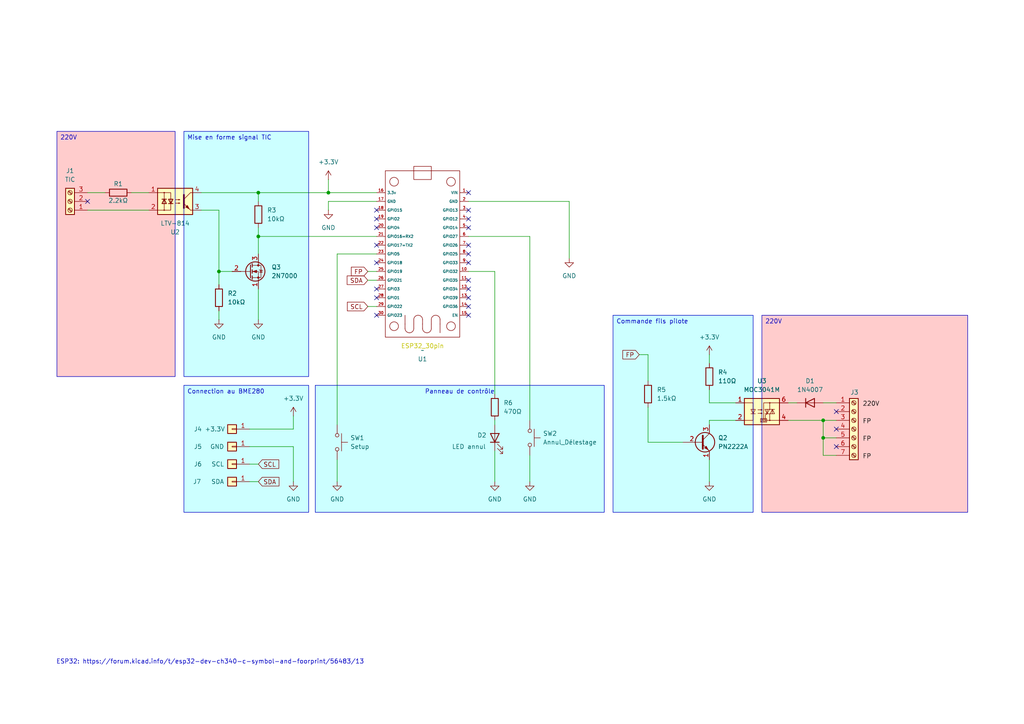
<source format=kicad_sch>
(kicad_sch (version 20231120) (generator "eeschema") (generator_version "8.0")
  (paper "A4")
  (lib_symbols
    (symbol "Connector:Screw_Terminal_01x03" (pin_names (offset 1.016) hide)
      (property "Reference" "J" (at 0 5.08 0))
      (property "Value" "Screw_Terminal_01x03" (at 0 -5.08 0))
      (symbol "Screw_Terminal_01x03_1_1"
        (rectangle (start -1.27 3.81) (end 1.27 -3.81) (stroke (width 0.254)) (fill (type background)))
        (circle (center 0 -2.54) (radius 0.635) (stroke (width 0.1524)))
        (polyline (pts (xy -0.5334 -2.2098) (xy 0.3302 -3.048)) (stroke (width 0.1524)))
        (polyline (pts (xy -0.5334 0.3302) (xy 0.3302 -0.508)) (stroke (width 0.1524)))
        (polyline (pts (xy -0.5334 2.8702) (xy 0.3302 2.032)) (stroke (width 0.1524)))
        (polyline (pts (xy -0.3556 -2.032) (xy 0.508 -2.8702)) (stroke (width 0.1524)))
        (polyline (pts (xy -0.3556 0.508) (xy 0.508 -0.3302)) (stroke (width 0.1524)))
        (polyline (pts (xy -0.3556 3.048) (xy 0.508 2.2098)) (stroke (width 0.1524)))
        (circle (center 0 0) (radius 0.635) (stroke (width 0.1524)))
        (circle (center 0 2.54) (radius 0.635) (stroke (width 0.1524)))
        (pin passive line (at -5.08 2.54 0) (length 3.81) (name "Pin_1") (number "1"))
        (pin passive line (at -5.08 0 0) (length 3.81) (name "Pin_2") (number "2"))
        (pin passive line (at -5.08 -2.54 0) (length 3.81) (name "Pin_3") (number "3"))
      )
    )
    (symbol "Connector:Screw_Terminal_01x07" (pin_names (offset 1.016) hide)
      (property "Reference" "J" (at 0 10.16 0))
      (property "Value" "Screw_Terminal_01x07" (at 0 -10.16 0))
      (symbol "Screw_Terminal_01x07_1_1"
        (rectangle (start -1.27 8.89) (end 1.27 -8.89) (stroke (width 0.254)) (fill (type background)))
        (circle (center 0 -7.62) (radius 0.635) (stroke (width 0.1524)))
        (circle (center 0 -5.08) (radius 0.635) (stroke (width 0.1524)))
        (circle (center 0 -2.54) (radius 0.635) (stroke (width 0.1524)))
        (polyline (pts (xy -0.5334 -7.2898) (xy 0.3302 -8.128)) (stroke (width 0.1524)))
        (polyline (pts (xy -0.5334 -4.7498) (xy 0.3302 -5.588)) (stroke (width 0.1524)))
        (polyline (pts (xy -0.5334 -2.2098) (xy 0.3302 -3.048)) (stroke (width 0.1524)))
        (polyline (pts (xy -0.5334 0.3302) (xy 0.3302 -0.508)) (stroke (width 0.1524)))
        (polyline (pts (xy -0.5334 2.8702) (xy 0.3302 2.032)) (stroke (width 0.1524)))
        (polyline (pts (xy -0.5334 5.4102) (xy 0.3302 4.572)) (stroke (width 0.1524)))
        (polyline (pts (xy -0.5334 7.9502) (xy 0.3302 7.112)) (stroke (width 0.1524)))
        (polyline (pts (xy -0.3556 -7.112) (xy 0.508 -7.9502)) (stroke (width 0.1524)))
        (polyline (pts (xy -0.3556 -4.572) (xy 0.508 -5.4102)) (stroke (width 0.1524)))
        (polyline (pts (xy -0.3556 -2.032) (xy 0.508 -2.8702)) (stroke (width 0.1524)))
        (polyline (pts (xy -0.3556 0.508) (xy 0.508 -0.3302)) (stroke (width 0.1524)))
        (polyline (pts (xy -0.3556 3.048) (xy 0.508 2.2098)) (stroke (width 0.1524)))
        (polyline (pts (xy -0.3556 5.588) (xy 0.508 4.7498)) (stroke (width 0.1524)))
        (polyline (pts (xy -0.3556 8.128) (xy 0.508 7.2898)) (stroke (width 0.1524)))
        (circle (center 0 0) (radius 0.635) (stroke (width 0.1524)))
        (circle (center 0 2.54) (radius 0.635) (stroke (width 0.1524)))
        (circle (center 0 5.08) (radius 0.635) (stroke (width 0.1524)))
        (circle (center 0 7.62) (radius 0.635) (stroke (width 0.1524)))
        (pin passive line (at -5.08 7.62 0) (length 3.81) (name "Pin_1") (number "1"))
        (pin passive line (at -5.08 5.08 0) (length 3.81) (name "Pin_2") (number "2"))
        (pin passive line (at -5.08 2.54 0) (length 3.81) (name "Pin_3") (number "3"))
        (pin passive line (at -5.08 0 0) (length 3.81) (name "Pin_4") (number "4"))
        (pin passive line (at -5.08 -2.54 0) (length 3.81) (name "Pin_5") (number "5"))
        (pin passive line (at -5.08 -5.08 0) (length 3.81) (name "Pin_6") (number "6"))
        (pin passive line (at -5.08 -7.62 0) (length 3.81) (name "Pin_7") (number "7"))
      )
    )
    (symbol "Connector_Generic:Conn_01x01" (pin_names (offset 1.016) hide)
      (property "Reference" "J" (at 0 2.54 0))
      (property "Value" "Conn_01x01" (at 0 -2.54 0))
      (symbol "Conn_01x01_1_1"
        (rectangle (start -1.27 0.127) (end 0 -0.127) (stroke (width 0.1524)))
        (rectangle (start -1.27 1.27) (end 1.27 -1.27) (stroke (width 0.254)) (fill (type background)))
        (pin passive line (at -5.08 0 0) (length 3.81) (name "Pin_1") (number "1"))
      )
    )
    (symbol "Device:LED" (pin_numbers hide) (pin_names (offset 1.016) hide)
      (property "Reference" "D" (at 0 2.54 0))
      (property "Value" "LED" (at 0 -2.54 0))
      (symbol "LED_0_1"
        (polyline (pts (xy -1.27 -1.27) (xy -1.27 1.27)) (stroke (width 0.254)))
        (polyline (pts (xy -1.27 0) (xy 1.27 0)))
        (polyline (pts (xy 1.27 -1.27) (xy 1.27 1.27) (xy -1.27 0) (xy 1.27 -1.27)) (stroke (width 0.254)))
        (polyline (pts (xy -3.048 -0.762) (xy -4.572 -2.286) (xy -3.81 -2.286) (xy -4.572 -2.286) (xy -4.572 -1.524)))
        (polyline (pts (xy -1.778 -0.762) (xy -3.302 -2.286) (xy -2.54 -2.286) (xy -3.302 -2.286) (xy -3.302 -1.524)))
      )
      (symbol "LED_1_1"
        (pin passive line (at -3.81 0 0) (length 2.54) (name "K") (number "1"))
        (pin passive line (at 3.81 0 180) (length 2.54) (name "A") (number "2"))
      )
    )
    (symbol "Device:R" (pin_numbers hide) (pin_names (offset 0))
      (property "Reference" "R" (at 2.032 0 90))
      (property "Value" "R" (at 0 0 90))
      (symbol "R_0_1"
        (rectangle (start -1.016 -2.54) (end 1.016 2.54) (stroke (width 0.254)))
      )
      (symbol "R_1_1"
        (pin passive line (at 0 3.81 270) (length 1.27) (name "~") (number "1"))
        (pin passive line (at 0 -3.81 90) (length 1.27) (name "~") (number "2"))
      )
    )
    (symbol "Diode:1N4007" (pin_numbers hide) (pin_names hide)
      (property "Reference" "D" (at 0 2.54 0))
      (property "Value" "1N4007" (at 0 -2.54 0))
      (symbol "1N4007_0_1"
        (polyline (pts (xy -1.27 1.27) (xy -1.27 -1.27)) (stroke (width 0.254)))
        (polyline (pts (xy 1.27 0) (xy -1.27 0)))
        (polyline (pts (xy 1.27 1.27) (xy 1.27 -1.27) (xy -1.27 0) (xy 1.27 1.27)) (stroke (width 0.254)))
      )
      (symbol "1N4007_1_1"
        (pin passive line (at -3.81 0 0) (length 2.54) (name "K") (number "1"))
        (pin passive line (at 3.81 0 180) (length 2.54) (name "A") (number "2"))
      )
    )
    (symbol "Isolator:LTV-814" (pin_names (offset 1.016))
      (property "Reference" "U" (at -5.08 5.08 0))
      (property "Value" "LTV-814" (at 0 5.08 0))
      (symbol "LTV-814_0_1"
        (rectangle (start -5.08 3.81) (end 5.08 -3.81) (stroke (width 0.254)) (fill (type background)))
        (circle (center -3.175 -2.54) (radius 0.127))
        (circle (center -3.175 2.54) (radius 0.127))
        (polyline (pts (xy -3.175 2.54) (xy -3.175 -2.54)))
        (polyline (pts (xy -1.905 -0.635) (xy -0.635 -0.635)) (stroke (width 0.254)))
        (polyline (pts (xy 2.54 0.635) (xy 4.445 2.54)))
        (polyline (pts (xy 4.445 -2.54) (xy 2.54 -0.635)) (fill (type outline)))
        (polyline (pts (xy 4.445 -2.54) (xy 5.08 -2.54)))
        (polyline (pts (xy 4.445 2.54) (xy 5.08 2.54)))
        (polyline (pts (xy -5.08 2.54) (xy -1.27 2.54) (xy -1.27 -0.762)))
        (polyline (pts (xy -1.27 -0.635) (xy -1.27 -2.54) (xy -5.08 -2.54)))
        (polyline (pts (xy 2.54 1.905) (xy 2.54 -1.905) (xy 2.54 -1.905)) (stroke (width 0.508)))
        (polyline (pts (xy -1.27 -0.635) (xy -1.905 0.635) (xy -0.635 0.635) (xy -1.27 -0.635)) (stroke (width 0.254)))
        (polyline (pts (xy 0.127 -0.508) (xy 1.397 -0.508) (xy 1.016 -0.635) (xy 1.016 -0.381) (xy 1.397 -0.508)))
        (polyline (pts (xy 0.127 0.508) (xy 1.397 0.508) (xy 1.016 0.381) (xy 1.016 0.635) (xy 1.397 0.508)))
        (polyline (pts (xy 3.048 -1.651) (xy 3.556 -1.143) (xy 4.064 -2.159) (xy 3.048 -1.651) (xy 3.048 -1.651)) (fill (type outline)))
      )
      (symbol "LTV-814_1_1"
        (polyline (pts (xy -3.81 0.635) (xy -2.54 0.635)) (stroke (width 0.254)))
        (polyline (pts (xy -3.175 0.635) (xy -3.81 -0.635) (xy -2.54 -0.635) (xy -3.175 0.635)) (stroke (width 0.254)))
        (pin passive line (at -7.62 2.54 0) (length 2.54) (name "~") (number "1"))
        (pin passive line (at -7.62 -2.54 0) (length 2.54) (name "~") (number "2"))
        (pin passive line (at 7.62 -2.54 180) (length 2.54) (name "~") (number "3"))
        (pin passive line (at 7.62 2.54 180) (length 2.54) (name "~") (number "4"))
      )
    )
    (symbol "Linky_Tempo_HomeKit_Library:ESP32_30Pin"
      (property "Reference" "U" (at 0 0 0))
      (property "Footprint" "ESP32_30pin" (at 0 -2.54 0))
      (symbol "ESP32_30Pin_0_1"
        (rectangle (start -24.13 10.795) (end 24.13 -10.795))
        (arc (start -22.8675 -1.2775) (mid -22.4933 -2.1733) (end -21.5975 -2.5475))
        (arc (start -22.8675 3.8025) (mid -22.4933 2.9067) (end -21.5975 2.5325))
        (arc (start -21.59 0) (mid -22.4873 -0.3727) (end -22.86 -1.27))
        (arc (start -21.59 5.08) (mid -22.4873 4.7073) (end -22.86 3.81))
        (circle (center -20.955 -8.255) (radius 1.27))
        (circle (center -20.955 8.255) (radius 1.27))
        (arc (start -19.0475 -5.0825) (mid -18.1502 -4.7098) (end -17.7775 -3.8125))
        (arc (start -19.0475 -0.0025) (mid -18.1502 0.3702) (end -17.7775 1.2675))
        (arc (start -17.77 -3.805) (mid -18.1442 -2.9092) (end -19.04 -2.535))
        (arc (start -17.77 1.275) (mid -18.1442 2.1708) (end -19.04 2.545))
        (polyline (pts (xy -21.59 -2.54) (xy -20.32 -2.54)))
        (polyline (pts (xy -21.59 0) (xy -20.32 0)))
        (polyline (pts (xy -21.59 2.54) (xy -20.32 2.54)))
        (polyline (pts (xy -21.59 5.08) (xy -20.32 5.08)))
        (polyline (pts (xy -20.32 -5.08) (xy -22.86 -5.08)))
        (polyline (pts (xy -20.32 5.08) (xy -17.78 5.08)))
        (polyline (pts (xy -19.0475 -5.0825) (xy -20.3175 -5.0825)))
        (polyline (pts (xy -19.0475 -2.5425) (xy -20.3175 -2.5425)))
        (polyline (pts (xy -19.0475 -0.0025) (xy -20.3175 -0.0025)))
        (polyline (pts (xy -19.0475 2.5375) (xy -20.3175 2.5375)))
        (circle (center 20.955 -8.255) (radius 1.27))
        (circle (center 20.955 8.255) (radius 1.27))
        (rectangle (start 21.59 2.54) (end 25.4 -2.54))
      )
      (symbol "ESP32_30Pin_1_1"
        (pin power_out line (at 17.78 -13.335 90) (length 2.54) (name "VIN") (number "1"))
        (pin bidirectional line (at -5.08 -13.335 90) (length 2.54) (name "GPIO32") (number "10"))
        (pin bidirectional line (at -7.62 -13.335 90) (length 2.54) (name "GPIO35") (number "11"))
        (pin bidirectional line (at -10.16 -13.335 90) (length 2.54) (name "GPIO34") (number "12"))
        (pin bidirectional line (at -12.7 -13.335 90) (length 2.54) (name "GPIO39") (number "13"))
        (pin bidirectional line (at -15.24 -13.335 90) (length 2.54) (name "GPIO36") (number "14"))
        (pin bidirectional line (at -17.78 -13.335 90) (length 2.54) (name "EN") (number "15"))
        (pin output line (at 17.78 13.335 270) (length 2.54) (name "3.3v") (number "16"))
        (pin power_in line (at 15.24 13.335 270) (length 2.54) (name "GND") (number "17"))
        (pin bidirectional line (at 12.7 13.335 270) (length 2.54) (name "GPIO15") (number "18"))
        (pin bidirectional line (at 10.16 13.335 270) (length 2.54) (name "GPIO2") (number "19"))
        (pin bidirectional line (at 15.24 -13.335 90) (length 2.54) (name "GND") (number "2"))
        (pin bidirectional line (at 7.62 13.335 270) (length 2.54) (name "GPIO4") (number "20"))
        (pin bidirectional line (at 5.08 13.335 270) (length 2.54) (name "GPIO16=RX2") (number "21"))
        (pin bidirectional line (at 2.54 13.335 270) (length 2.54) (name "GPIO17=TX2") (number "22"))
        (pin bidirectional line (at 0 13.335 270) (length 2.54) (name "GPIO5") (number "23"))
        (pin bidirectional line (at -2.54 13.335 270) (length 2.54) (name "GPIO18") (number "24"))
        (pin bidirectional line (at -5.08 13.335 270) (length 2.54) (name "GPIO19") (number "25"))
        (pin bidirectional line (at -7.62 13.335 270) (length 2.54) (name "GPIO21") (number "26"))
        (pin bidirectional line (at -10.16 13.335 270) (length 2.54) (name "GPIO3") (number "27"))
        (pin bidirectional line (at -12.7 13.335 270) (length 2.54) (name "GPIO1") (number "28"))
        (pin bidirectional line (at -15.24 13.335 270) (length 2.54) (name "GPIO22") (number "29"))
        (pin bidirectional line (at 12.7 -13.335 90) (length 2.54) (name "GPIO13") (number "3"))
        (pin bidirectional line (at -17.78 13.335 270) (length 2.54) (name "GPIO23") (number "30"))
        (pin bidirectional line (at 10.16 -13.335 90) (length 2.54) (name "GPIO12") (number "4"))
        (pin bidirectional line (at 7.62 -13.335 90) (length 2.54) (name "GPIO14") (number "5"))
        (pin bidirectional line (at 5.08 -13.335 90) (length 2.54) (name "GPIO27") (number "6"))
        (pin bidirectional line (at 2.54 -13.335 90) (length 2.54) (name "GPIO26") (number "7"))
        (pin bidirectional line (at 0 -13.335 90) (length 2.54) (name "GPIO25") (number "8"))
        (pin bidirectional line (at -2.54 -13.335 90) (length 2.54) (name "GPIO33") (number "9"))
      )
    )
    (symbol "Relay_SolidState:MOC3041M"
      (property "Reference" "U" (at -5.08 5.08 0))
      (property "Value" "MOC3041M" (at 0 5.08 0))
      (symbol "MOC3041M_0_0"
        (rectangle (start -0.381 -2.032) (end 1.397 -3.048))
        (polyline (pts (xy 2.286 -2.54) (xy 1.397 -2.54)))
        (polyline (pts (xy 1.524 -0.635) (xy 1.016 -1.016) (xy 1.016 -2.032)))
        (text "ZCD" (at 0.508 -2.54 0) (effects (font (size 0.508 0.508))))
      )
      (symbol "MOC3041M_0_1"
        (rectangle (start -5.08 3.81) (end 5.08 -3.81) (stroke (width 0.254)) (fill (type background)))
        (polyline (pts (xy -3.175 -0.635) (xy -1.905 -0.635)))
        (polyline (pts (xy 1.524 -0.635) (xy 1.524 0.635)))
        (polyline (pts (xy 3.048 0.635) (xy 3.048 -0.635)))
        (polyline (pts (xy 2.286 -0.635) (xy 2.286 -2.54) (xy 5.08 -2.54)))
        (polyline (pts (xy 2.286 0.635) (xy 2.286 2.54) (xy 5.08 2.54)))
        (polyline (pts (xy 2.286 2.54) (xy 0.508 2.54) (xy 0.508 -2.032)))
        (polyline (pts (xy -5.08 2.54) (xy -2.54 2.54) (xy -2.54 -2.54) (xy -5.08 -2.54)))
        (polyline (pts (xy -2.54 -0.635) (xy -3.175 0.635) (xy -1.905 0.635) (xy -2.54 -0.635)))
        (polyline (pts (xy 0.889 -0.635) (xy 3.683 -0.635) (xy 3.048 0.635) (xy 2.413 -0.635)))
        (polyline (pts (xy 3.683 0.635) (xy 0.889 0.635) (xy 1.524 -0.635) (xy 2.159 0.635)))
        (polyline (pts (xy -1.143 -0.508) (xy 0.127 -0.508) (xy -0.254 -0.635) (xy -0.254 -0.381) (xy 0.127 -0.508)))
        (polyline (pts (xy -1.143 0.508) (xy 0.127 0.508) (xy -0.254 0.381) (xy -0.254 0.635) (xy 0.127 0.508)))
        (circle (center 2.286 -2.54) (radius 0.127))
        (circle (center 2.286 2.54) (radius 0.127))
      )
      (symbol "MOC3041M_1_1"
        (pin passive line (at -7.62 2.54 0) (length 2.54) (name "~") (number "1"))
        (pin passive line (at -7.62 -2.54 0) (length 2.54) (name "~") (number "2"))
        (pin no_connect line (at -5.08 0 0) (length 2.54) hide (name "NC") (number "3"))
        (pin passive line (at 7.62 -2.54 180) (length 2.54) (name "~") (number "4"))
        (pin no_connect line (at 5.08 0 180) (length 2.54) hide (name "NC") (number "5"))
        (pin passive line (at 7.62 2.54 180) (length 2.54) (name "~") (number "6"))
      )
    )
    (symbol "Switch:SW_Push" (pin_numbers hide) (pin_names (offset 1.016) hide)
      (property "Reference" "SW" (at 1.27 2.54 0))
      (property "Value" "SW_Push" (at 0 -1.524 0))
      (symbol "SW_Push_0_1"
        (circle (center -2.032 0) (radius 0.508))
        (polyline (pts (xy 0 1.27) (xy 0 3.048)))
        (polyline (pts (xy 2.54 1.27) (xy -2.54 1.27)))
        (circle (center 2.032 0) (radius 0.508))
        (pin passive line (at -5.08 0 0) (length 2.54) (name "1") (number "1"))
        (pin passive line (at 5.08 0 180) (length 2.54) (name "2") (number "2"))
      )
    )
    (symbol "Transistor_BJT:PN2222A" (pin_names (offset 0) hide)
      (property "Reference" "Q" (at 5.08 1.905 0))
      (property "Value" "PN2222A" (at 5.08 0 0))
      (symbol "PN2222A_0_1"
        (polyline (pts (xy 0 0) (xy 0.635 0)))
        (polyline (pts (xy 2.54 -2.54) (xy 0.635 -0.635)))
        (polyline (pts (xy 2.54 2.54) (xy 0.635 0.635)))
        (polyline (pts (xy 0.635 1.905) (xy 0.635 -1.905) (xy 0.635 -1.905)) (stroke (width 0.508)))
        (polyline (pts (xy 2.413 -2.413) (xy 1.905 -1.905) (xy 1.905 -1.905)))
        (polyline (pts (xy 1.143 -1.651) (xy 1.651 -1.143) (xy 2.159 -2.159) (xy 1.143 -1.651) (xy 1.143 -1.651)) (fill (type outline)))
        (circle (center 1.27 0) (radius 2.8194) (stroke (width 0.254)))
      )
      (symbol "PN2222A_1_1"
        (pin passive line (at 2.54 -5.08 90) (length 2.54) (name "E") (number "1"))
        (pin input line (at -5.08 0 0) (length 5.08) (name "B") (number "2"))
        (pin passive line (at 2.54 5.08 270) (length 2.54) (name "C") (number "3"))
      )
    )
    (symbol "Transistor_FET:2N7000" (pin_names hide)
      (property "Reference" "Q" (at 5.08 1.905 0))
      (property "Value" "2N7000" (at 5.08 0 0))
      (symbol "2N7000_0_1"
        (polyline (pts (xy 0.254 0) (xy -2.54 0)))
        (polyline (pts (xy 0.254 1.905) (xy 0.254 -1.905)) (stroke (width 0.254)))
        (polyline (pts (xy 0.762 -1.27) (xy 0.762 -2.286)) (stroke (width 0.254)))
        (polyline (pts (xy 0.762 0.508) (xy 0.762 -0.508)) (stroke (width 0.254)))
        (polyline (pts (xy 0.762 2.286) (xy 0.762 1.27)) (stroke (width 0.254)))
        (polyline (pts (xy 2.54 2.54) (xy 2.54 1.778)))
        (polyline (pts (xy 2.54 -2.54) (xy 2.54 0) (xy 0.762 0)))
        (polyline (pts (xy 0.762 -1.778) (xy 3.302 -1.778) (xy 3.302 1.778) (xy 0.762 1.778)))
        (polyline (pts (xy 1.016 0) (xy 2.032 0.381) (xy 2.032 -0.381) (xy 1.016 0)) (fill (type outline)))
        (polyline (pts (xy 2.794 0.508) (xy 2.921 0.381) (xy 3.683 0.381) (xy 3.81 0.254)))
        (polyline (pts (xy 3.302 0.381) (xy 2.921 -0.254) (xy 3.683 -0.254) (xy 3.302 0.381)))
        (circle (center 1.651 0) (radius 2.794) (stroke (width 0.254)))
        (circle (center 2.54 -1.778) (radius 0.254) (fill (type outline)))
        (circle (center 2.54 1.778) (radius 0.254) (fill (type outline)))
      )
      (symbol "2N7000_1_1"
        (pin passive line (at 2.54 -5.08 90) (length 2.54) (name "S") (number "1"))
        (pin input line (at -5.08 0 0) (length 2.54) (name "G") (number "2"))
        (pin passive line (at 2.54 5.08 270) (length 2.54) (name "D") (number "3"))
      )
    )
    (symbol "power:+3.3V" (power) (pin_numbers hide) (pin_names (offset 0) hide)
      (property "Value" "+3.3V" (at 0 3.556 0))
      (symbol "+3.3V_0_1"
        (polyline (pts (xy -0.762 1.27) (xy 0 2.54)))
        (polyline (pts (xy 0 0) (xy 0 2.54)))
        (polyline (pts (xy 0 2.54) (xy 0.762 1.27)))
      )
      (symbol "+3.3V_1_1"
        (pin power_in line (at 0 0 90) (length 0) (name "~") (number "1"))
      )
    )
    (symbol "power:GND" (power) (pin_numbers hide) (pin_names (offset 0) hide)
      (property "Value" "GND" (at 0 -3.81 0))
      (symbol "GND_0_1"
        (polyline (pts (xy 0 0) (xy 0 -1.27) (xy 1.27 -1.27) (xy 0 -2.54) (xy -1.27 -1.27) (xy 0 -1.27)))
      )
      (symbol "GND_1_1"
        (pin power_in line (at 0 0 270) (length 0) (name "~") (number "1"))
      )
    )
  )
  (junction (at 238.76 127))
  (junction (at 74.93 68.58))
  (junction (at 238.76 121.92))
  (junction (at 63.5 78.74))
  (junction (at 74.93 55.88))
  (junction (at 95.25 55.88))
  (no_connect (at 109.22 86.36))
  (no_connect (at 242.57 119.38))
  (no_connect (at 109.22 66.04))
  (no_connect (at 135.89 66.04))
  (no_connect (at 135.89 83.82))
  (no_connect (at 135.89 60.96))
  (no_connect (at 109.22 60.96))
  (no_connect (at 109.22 63.5))
  (no_connect (at 135.89 86.36))
  (no_connect (at 135.89 55.88))
  (no_connect (at 135.89 81.28))
  (no_connect (at 135.89 91.44))
  (no_connect (at 25.4 58.42))
  (no_connect (at 135.89 88.9))
  (no_connect (at 242.57 129.54))
  (no_connect (at 109.22 91.44))
  (no_connect (at 135.89 63.5))
  (no_connect (at 135.89 76.2))
  (no_connect (at 109.22 71.12))
  (no_connect (at 242.57 124.46))
  (no_connect (at 109.22 83.82))
  (no_connect (at 135.89 73.66))
  (no_connect (at 109.22 76.2))
  (no_connect (at 135.89 71.12))
  (wire (pts (xy 228.6 121.92) (xy 238.76 121.92)))
  (wire (pts (xy 97.79 123.19) (xy 97.79 73.66)))
  (wire (pts (xy 72.39 139.7) (xy 74.93 139.7)))
  (wire (pts (xy 97.79 73.66) (xy 109.22 73.66)))
  (wire (pts (xy 242.57 132.08) (xy 238.76 132.08)))
  (wire (pts (xy 205.74 121.92) (xy 205.74 123.19)))
  (wire (pts (xy 25.4 55.88) (xy 30.48 55.88)))
  (wire (pts (xy 213.36 121.92) (xy 205.74 121.92)))
  (wire (pts (xy 95.25 55.88) (xy 109.22 55.88)))
  (wire (pts (xy 63.5 92.71) (xy 63.5 90.17)))
  (wire (pts (xy 25.4 60.96) (xy 43.18 60.96)))
  (wire (pts (xy 198.12 128.27) (xy 187.96 128.27)))
  (wire (pts (xy 153.67 68.58) (xy 153.67 121.92)))
  (wire (pts (xy 97.79 133.35) (xy 97.79 139.7)))
  (wire (pts (xy 143.51 130.81) (xy 143.51 139.7)))
  (wire (pts (xy 165.1 58.42) (xy 165.1 74.93)))
  (wire (pts (xy 74.93 83.82) (xy 74.93 92.71)))
  (wire (pts (xy 72.39 129.54) (xy 85.09 129.54)))
  (wire (pts (xy 135.89 68.58) (xy 153.67 68.58)))
  (wire (pts (xy 58.42 60.96) (xy 63.5 60.96)))
  (wire (pts (xy 74.93 68.58) (xy 109.22 68.58)))
  (wire (pts (xy 143.51 121.92) (xy 143.51 123.19)))
  (wire (pts (xy 135.89 58.42) (xy 165.1 58.42)))
  (wire (pts (xy 238.76 121.92) (xy 242.57 121.92)))
  (wire (pts (xy 74.93 55.88) (xy 95.25 55.88)))
  (wire (pts (xy 58.42 55.88) (xy 74.93 55.88)))
  (wire (pts (xy 63.5 78.74) (xy 63.5 82.55)))
  (wire (pts (xy 205.74 113.03) (xy 205.74 116.84)))
  (wire (pts (xy 72.39 134.62) (xy 74.93 134.62)))
  (wire (pts (xy 106.68 88.9) (xy 109.22 88.9)))
  (wire (pts (xy 205.74 133.35) (xy 205.74 139.7)))
  (wire (pts (xy 143.51 78.74) (xy 135.89 78.74)))
  (wire (pts (xy 95.25 60.96) (xy 95.25 58.42)))
  (wire (pts (xy 143.51 114.3) (xy 143.51 78.74)))
  (wire (pts (xy 106.68 81.28) (xy 109.22 81.28)))
  (wire (pts (xy 228.6 116.84) (xy 231.14 116.84)))
  (wire (pts (xy 72.39 124.46) (xy 85.09 124.46)))
  (wire (pts (xy 153.67 132.08) (xy 153.67 139.7)))
  (wire (pts (xy 205.74 116.84) (xy 213.36 116.84)))
  (wire (pts (xy 106.68 78.74) (xy 109.22 78.74)))
  (wire (pts (xy 74.93 66.04) (xy 74.93 68.58)))
  (wire (pts (xy 238.76 127) (xy 238.76 132.08)))
  (wire (pts (xy 63.5 60.96) (xy 63.5 78.74)))
  (wire (pts (xy 205.74 102.87) (xy 205.74 105.41)))
  (wire (pts (xy 38.1 55.88) (xy 43.18 55.88)))
  (wire (pts (xy 238.76 121.92) (xy 238.76 127)))
  (wire (pts (xy 63.5 78.74) (xy 67.31 78.74)))
  (wire (pts (xy 85.09 129.54) (xy 85.09 139.7)))
  (wire (pts (xy 187.96 128.27) (xy 187.96 118.11)))
  (wire (pts (xy 187.96 102.87) (xy 187.96 110.49)))
  (wire (pts (xy 95.25 52.07) (xy 95.25 55.88)))
  (wire (pts (xy 242.57 127) (xy 238.76 127)))
  (wire (pts (xy 238.76 116.84) (xy 242.57 116.84)))
  (wire (pts (xy 95.25 58.42) (xy 109.22 58.42)))
  (wire (pts (xy 185.42 102.87) (xy 187.96 102.87)))
  (wire (pts (xy 74.93 55.88) (xy 74.93 58.42)))
  (wire (pts (xy 74.93 68.58) (xy 74.93 73.66)))
  (wire (pts (xy 85.09 120.65) (xy 85.09 124.46)))
  (text_box "Connection au BME280" (at 53.34 111.76 0) (size 36.195 36.83) (fill (type color) (color 0 255 255 0.2)) (effects (font (size 1.27 1.27)) (justify left top)))
  (text_box "Commande fils pilote" (at 177.8 91.44 0) (size 40.64 57.15) (fill (type color) (color 0 255 255 0.2)) (effects (font (size 1.27 1.27)) (justify left top)))
  (text_box "220V" (at 220.98 91.44 0) (size 59.69 57.15) (fill (type color) (color 255 0 0 0.2)) (effects (font (size 1.27 1.27)) (justify left top)))
  (text_box "Panneau de contrôle" (at 91.44 111.76 0) (size 83.82 36.83) (fill (type color) (color 0 255 255 0.2)) (effects (font (size 1.27 1.27)) (justify top)))
  (text_box "Mise en forme signal TIC" (at 53.34 38.1 0) (size 36.195 71.12) (fill (type color) (color 0 255 255 0.2)) (effects (font (size 1.27 1.27)) (justify left top)))
  (text_box "220V" (at 16.51 38.1 0) (size 34.29 71.12) (fill (type color) (color 255 0 0 0.2)) (effects (font (size 1.27 1.27)) (justify left top)))
  (text "ESP32: https://forum.kicad.info/t/esp32-dev-ch340-c-symbol-and-foorprint/56483/13" (at 60.96 192.024 0) (effects (font (size 1.27 1.27))))
  (label "FP" (at 250.19 133.35 0))
  (label "220V" (at 250.19 118.11 0))
  (label "FP" (at 250.19 123.19 0))
  (label "FP" (at 250.19 128.27 0))
  (global_label "SDA" (shape input) (at 106.68 81.28 180) (property "Intersheetrefs" "${INTERSHEET_REFS}" (effects (hide yes))))
  (global_label "SDA" (shape input) (at 74.93 139.7 0) (property "Intersheetrefs" "${INTERSHEET_REFS}" (effects (hide yes))))
  (global_label "FP" (shape input) (at 185.42 102.87 180) (property "Intersheetrefs" "${INTERSHEET_REFS}" (effects (hide yes))))
  (global_label "SCL" (shape input) (at 74.93 134.62 0) (property "Intersheetrefs" "${INTERSHEET_REFS}" (effects (hide yes))))
  (global_label "FP" (shape input) (at 106.68 78.74 180) (property "Intersheetrefs" "${INTERSHEET_REFS}" (effects (hide yes))))
  (global_label "SCL" (shape input) (at 106.68 88.9 180) (property "Intersheetrefs" "${INTERSHEET_REFS}" (effects (hide yes))))
  (symbol (lib_id "Connector:Screw_Terminal_01x03") (at 20.32 58.42 180) (unit 1)
    (property "Reference" "J1" (at 20.32 49.53 0))
    (property "Value" "TIC" (at 20.32 52.07 0))
    (property "Footprint" "Connector_PinSocket_2.54mm:PinSocket_1x03_P2.54mm_Vertical" (effects (hide yes)))
    (property "Description" "Generic screw terminal, single row, 01x03, script generated (kicad-library-utils/schlib/autogen/connector/)" (effects (hide yes)))
  )
  (symbol (lib_id "Switch:SW_Push") (at 153.67 127 270) (unit 1)
    (property "Reference" "SW2" (at 157.48 125.7299 90) (effects (justify left)))
    (property "Value" "Annul_Délestage" (at 157.48 128.2699 90) (effects (justify left)))
    (property "Footprint" "Linky_Tempo_HomeKit_Library:SW_PUSH_5.08mm_H5mm" (effects (hide yes)))
    (property "Description" "Push button switch, generic, two pins" (effects (hide yes)))
  )
  (symbol (lib_id "Device:LED") (at 143.51 127 90) (unit 1)
    (property "Reference" "D2" (at 138.43 126.238 90) (effects (justify right)))
    (property "Value" "LED annul" (at 131.064 129.54 90) (effects (justify right)))
    (property "Footprint" "LED_THT:LED_D3.0mm" (effects (hide yes)))
    (property "Description" "Light emitting diode" (effects (hide yes)))
  )
  (symbol (lib_id "Relay_SolidState:MOC3041M") (at 220.98 119.38 0) (unit 1)
    (property "Reference" "U3" (at 220.98 110.49 0))
    (property "Value" "MOC3041M" (at 220.98 113.03 0))
    (property "Footprint" "Package_DIP:DIP-6_W7.62mm" (effects (hide yes)))
    (property "Datasheet" "https://www.onsemi.com/pub/Collateral/MOC3043M-D.pdf" (effects (hide yes)))
    (property "Description" "Zero Cross Opto-Triac, Vdrm 400V, Ift 15mA, DIP6" (effects (hide yes)))
  )
  (symbol (lib_id "Transistor_BJT:PN2222A") (at 203.2 128.27 0) (unit 1)
    (property "Reference" "Q2" (at 208.28 126.9999 0) (effects (justify left)))
    (property "Value" "PN2222A" (at 208.28 129.5399 0) (effects (justify left)))
    (property "Footprint" "Package_TO_SOT_THT:TO-92_Inline_Wide" (effects (hide yes)))
    (property "Datasheet" "https://www.onsemi.com/pub/Collateral/PN2222-D.PDF" (effects (hide yes)))
    (property "Description" "1A Ic, 40V Vce, NPN Transistor, General Purpose Transistor, TO-92" (effects (hide yes)))
  )
  (symbol (lib_id "Device:R") (at 205.74 109.22 0) (unit 1)
    (property "Reference" "R4" (at 208.28 107.9499 0) (effects (justify left)))
    (property "Value" "110Ω" (at 208.28 110.4899 0) (effects (justify left)))
    (property "Footprint" "Resistor_THT:R_Axial_DIN0207_L6.3mm_D2.5mm_P5.08mm_Vertical" (effects (hide yes)))
    (property "Description" "Resistor" (effects (hide yes)))
  )
  (symbol (lib_id "Connector_Generic:Conn_01x01") (at 67.31 124.46 180) (unit 1)
    (property "Reference" "J4" (at 57.404 124.46 0))
    (property "Value" "+3.3V" (at 65.278 124.46 0) (effects (justify left)))
    (property "Footprint" "Connector_PinHeader_2.54mm:PinHeader_1x01_P2.54mm_Vertical" (effects (hide yes)))
    (property "Description" "Generic connector, single row, 01x01, script generated (kicad-library-utils/schlib/autogen/connector/)" (effects (hide yes)))
  )
  (symbol (lib_id "power:+3.3V") (at 85.09 120.65 0) (unit 1)
    (property "Reference" "#PWR06" (effects (hide yes)))
    (property "Value" "+3.3V" (at 85.09 115.57 0))
    (property "Description" "Power symbol creates a global label with name \"+3.3V\"" (effects (hide yes)))
  )
  (symbol (lib_id "Transistor_FET:2N7000") (at 72.39 78.74 0) (unit 1)
    (property "Reference" "Q3" (at 78.74 77.4699 0) (effects (justify left)))
    (property "Value" "2N7000" (at 78.74 80.0099 0) (effects (justify left)))
    (property "Footprint" "Package_TO_SOT_THT:TO-92_Inline" (effects (hide yes)))
    (property "Datasheet" "https://www.vishay.com/docs/70226/70226.pdf" (effects (hide yes)))
    (property "Description" "0.2A Id, 200V Vds, N-Channel MOSFET, 2.6V Logic Level, TO-92" (effects (hide yes)))
  )
  (symbol (lib_id "power:+3.3V") (at 205.74 102.87 0) (unit 1)
    (property "Reference" "#PWR010" (effects (hide yes)))
    (property "Value" "+3.3V" (at 205.74 97.79 0))
    (property "Description" "Power symbol creates a global label with name \"+3.3V\"" (effects (hide yes)))
  )
  (symbol (lib_id "power:+3.3V") (at 95.25 52.07 0) (unit 1)
    (property "Reference" "#PWR01" (effects (hide yes)))
    (property "Value" "+3.3V" (at 95.25 46.99 0))
    (property "Description" "Power symbol creates a global label with name \"+3.3V\"" (effects (hide yes)))
  )
  (symbol (lib_id "Device:R") (at 34.29 55.88 270) (unit 1)
    (property "Reference" "R1" (at 34.29 53.34 90))
    (property "Value" "2.2kΩ" (at 34.29 58.166 90))
    (property "Footprint" "Resistor_THT:R_Axial_DIN0207_L6.3mm_D2.5mm_P2.54mm_Vertical" (effects (hide yes)))
    (property "Description" "Resistor" (effects (hide yes)))
  )
  (symbol (lib_id "Connector_Generic:Conn_01x01") (at 67.31 134.62 180) (unit 1)
    (property "Reference" "J6" (at 57.404 134.62 0))
    (property "Value" "SCL" (at 65.024 134.62 0) (effects (justify left)))
    (property "Footprint" "Connector_PinHeader_2.54mm:PinHeader_1x01_P2.54mm_Vertical" (effects (hide yes)))
    (property "Description" "Generic connector, single row, 01x01, script generated (kicad-library-utils/schlib/autogen/connector/)" (effects (hide yes)))
  )
  (symbol (lib_id "Device:R") (at 187.96 114.3 0) (unit 1)
    (property "Reference" "R5" (at 190.5 113.0299 0) (effects (justify left)))
    (property "Value" "1.5kΩ" (at 190.5 115.5699 0) (effects (justify left)))
    (property "Footprint" "Resistor_THT:R_Axial_DIN0309_L9.0mm_D3.2mm_P20.32mm_Horizontal" (effects (hide yes)))
    (property "Description" "Resistor" (effects (hide yes)))
  )
  (symbol (lib_id "Device:R") (at 63.5 86.36 180) (unit 1)
    (property "Reference" "R2" (at 66.04 85.0899 0) (effects (justify right)))
    (property "Value" "10kΩ" (at 66.04 87.6299 0) (effects (justify right)))
    (property "Footprint" "Resistor_THT:R_Axial_DIN0207_L6.3mm_D2.5mm_P2.54mm_Vertical" (effects (hide yes)))
    (property "Description" "Resistor" (effects (hide yes)))
  )
  (symbol (lib_id "power:GND") (at 205.74 139.7 0) (unit 1)
    (property "Reference" "#PWR011" (effects (hide yes)))
    (property "Value" "GND" (at 205.74 144.78 0))
    (property "Description" "Power symbol creates a global label with name \"GND\" , ground" (effects (hide yes)))
  )
  (symbol (lib_id "Linky_Tempo_HomeKit_Library:ESP32_30Pin") (at 122.555 73.66 90) (unit 1)
    (property "Reference" "U1" (at 122.555 104.14 90))
    (property "Value" "~" (at 122.555 101.6 90))
    (property "Footprint" "ESP32_30pin" (at 122.555 100.33 90))
  )
  (symbol (lib_id "power:GND") (at 85.09 139.7 0) (unit 1)
    (property "Reference" "#PWR07" (effects (hide yes)))
    (property "Value" "GND" (at 85.09 144.78 0))
    (property "Description" "Power symbol creates a global label with name \"GND\" , ground" (effects (hide yes)))
  )
  (symbol (lib_id "Connector_Generic:Conn_01x01") (at 67.31 139.7 180) (unit 1)
    (property "Reference" "J7" (at 57.15 139.7 0))
    (property "Value" "SDA" (at 65.024 139.7 0) (effects (justify left)))
    (property "Footprint" "Connector_PinHeader_2.54mm:PinHeader_1x01_P2.54mm_Vertical" (effects (hide yes)))
    (property "Description" "Generic connector, single row, 01x01, script generated (kicad-library-utils/schlib/autogen/connector/)" (effects (hide yes)))
  )
  (symbol (lib_id "power:GND") (at 153.67 139.7 0) (unit 1)
    (property "Reference" "#PWR09" (effects (hide yes)))
    (property "Value" "GND" (at 153.67 144.78 0))
    (property "Description" "Power symbol creates a global label with name \"GND\" , ground" (effects (hide yes)))
  )
  (symbol (lib_id "power:GND") (at 97.79 139.7 0) (unit 1)
    (property "Reference" "#PWR08" (effects (hide yes)))
    (property "Value" "GND" (at 97.79 144.78 0))
    (property "Description" "Power symbol creates a global label with name \"GND\" , ground" (effects (hide yes)))
  )
  (symbol (lib_id "Diode:1N4007") (at 234.95 116.84 0) (unit 1)
    (property "Reference" "D1" (at 234.95 110.49 0))
    (property "Value" "1N4007" (at 234.95 113.03 0))
    (property "Footprint" "Diode_THT:D_DO-15_P15.24mm_Horizontal" (effects (hide yes)))
    (property "Datasheet" "http://www.vishay.com/docs/88503/1n4001.pdf" (effects (hide yes)))
    (property "Description" "1000V 1A General Purpose Rectifier Diode, DO-41" (effects (hide yes)))
    (property "Sim.Device" "D" (effects (hide yes)))
    (property "Sim.Pins" "1=K 2=A" (effects (hide yes)))
  )
  (symbol (lib_id "power:GND") (at 74.93 92.71 0) (unit 1)
    (property "Reference" "#PWR03" (effects (hide yes)))
    (property "Value" "GND" (at 74.93 97.79 0))
    (property "Description" "Power symbol creates a global label with name \"GND\" , ground" (effects (hide yes)))
  )
  (symbol (lib_id "power:GND") (at 63.5 92.71 0) (unit 1)
    (property "Reference" "#PWR02" (effects (hide yes)))
    (property "Value" "GND" (at 63.5 97.79 0))
    (property "Description" "Power symbol creates a global label with name \"GND\" , ground" (effects (hide yes)))
  )
  (symbol (lib_id "Connector_Generic:Conn_01x01") (at 67.31 129.54 180) (unit 1)
    (property "Reference" "J5" (at 57.404 129.54 0))
    (property "Value" "GND" (at 65.024 129.54 0) (effects (justify left)))
    (property "Footprint" "Connector_PinHeader_2.54mm:PinHeader_1x01_P2.54mm_Vertical" (effects (hide yes)))
    (property "Description" "Generic connector, single row, 01x01, script generated (kicad-library-utils/schlib/autogen/connector/)" (effects (hide yes)))
  )
  (symbol (lib_id "Switch:SW_Push") (at 97.79 128.27 270) (unit 1)
    (property "Reference" "SW1" (at 101.6 126.9999 90) (effects (justify left)))
    (property "Value" "Setup" (at 101.6 129.5399 90) (effects (justify left)))
    (property "Footprint" "Linky_Tempo_HomeKit_Library:SW_PUSH_5.08mm_H5mm" (effects (hide yes)))
    (property "Description" "Push button switch, generic, two pins" (effects (hide yes)))
  )
  (symbol (lib_id "power:GND") (at 143.51 139.7 0) (unit 1)
    (property "Reference" "#PWR012" (effects (hide yes)))
    (property "Value" "GND" (at 143.51 144.78 0))
    (property "Description" "Power symbol creates a global label with name \"GND\" , ground" (effects (hide yes)))
  )
  (symbol (lib_id "Device:R") (at 143.51 118.11 0) (unit 1)
    (property "Reference" "R6" (at 146.05 116.8399 0) (effects (justify left)))
    (property "Value" "470Ω" (at 146.05 119.3799 0) (effects (justify left)))
    (property "Footprint" "Resistor_THT:R_Axial_DIN0204_L3.6mm_D1.6mm_P7.62mm_Horizontal" (effects (hide yes)))
    (property "Description" "Resistor" (effects (hide yes)))
  )
  (symbol (lib_id "Connector:Screw_Terminal_01x07") (at 247.65 124.46 0) (unit 1)
    (property "Reference" "J3" (at 246.634 113.792 0) (effects (justify left)))
    (property "Value" "Main(1) + Fil pilote (3,5,7)" (effects (hide yes)))
    (property "Footprint" "Connector_PinSocket_2.54mm:PinSocket_1x07_P2.54mm_Vertical" (effects (hide yes)))
    (property "Description" "Generic screw terminal, single row, 01x07, script generated (kicad-library-utils/schlib/autogen/connector/)" (effects (hide yes)))
  )
  (symbol (lib_id "power:GND") (at 165.1 74.93 0) (unit 1)
    (property "Reference" "#PWR04" (effects (hide yes)))
    (property "Value" "GND" (at 165.1 80.01 0))
    (property "Description" "Power symbol creates a global label with name \"GND\" , ground" (effects (hide yes)))
  )
  (symbol (lib_id "Isolator:LTV-814") (at 50.8 58.42 0) (unit 1)
    (property "Reference" "U2" (at 50.8 67.31 0))
    (property "Value" "LTV-814" (at 50.8 64.77 0))
    (property "Footprint" "Package_DIP:DIP-4_W7.62mm" (effects (hide yes)))
    (property "Datasheet" "https://optoelectronics.liteon.com/upload/download/DS-70-96-0013/LTV-8X4%20series%20201509.pdf" (effects (hide yes)))
    (property "Description" "AC/DC Optocoupler, Vce 35V, CTR 20%, DIP4" (effects (hide yes)))
  )
  (symbol (lib_id "power:GND") (at 95.25 60.96 0) (unit 1)
    (property "Reference" "#PWR05" (effects (hide yes)))
    (property "Value" "GND" (at 95.25 66.04 0))
    (property "Description" "Power symbol creates a global label with name \"GND\" , ground" (effects (hide yes)))
  )
  (symbol (lib_id "Device:R") (at 74.93 62.23 0) (unit 1)
    (property "Reference" "R3" (at 77.47 60.9599 0) (effects (justify left)))
    (property "Value" "10kΩ" (at 77.47 63.4999 0) (effects (justify left)))
    (property "Footprint" "Resistor_THT:R_Axial_DIN0309_L9.0mm_D3.2mm_P12.70mm_Horizontal" (effects (hide yes)))
    (property "Description" "Resistor" (effects (hide yes)))
  )
)
</source>
